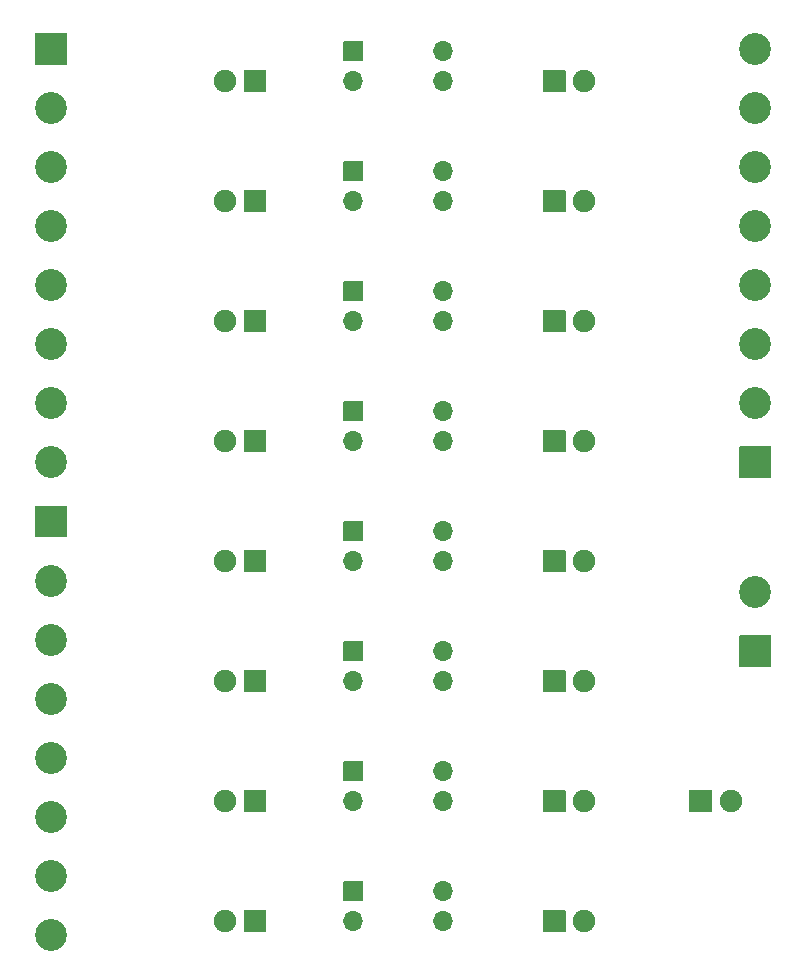
<source format=gbr>
%TF.GenerationSoftware,KiCad,Pcbnew,(5.1.7)-1*%
%TF.CreationDate,2020-10-26T19:11:08+02:00*%
%TF.ProjectId,Opto-Board,4f70746f-2d42-46f6-9172-642e6b696361,rev?*%
%TF.SameCoordinates,Original*%
%TF.FileFunction,Soldermask,Bot*%
%TF.FilePolarity,Negative*%
%FSLAX46Y46*%
G04 Gerber Fmt 4.6, Leading zero omitted, Abs format (unit mm)*
G04 Created by KiCad (PCBNEW (5.1.7)-1) date 2020-10-26 19:11:08*
%MOMM*%
%LPD*%
G01*
G04 APERTURE LIST*
%ADD10C,1.900000*%
%ADD11O,1.700000X1.700000*%
%ADD12C,2.700000*%
G04 APERTURE END LIST*
D10*
%TO.C,D1*%
X115316000Y-138684000D03*
G36*
G01*
X111826000Y-139584000D02*
X111826000Y-137784000D01*
G75*
G02*
X111876000Y-137734000I50000J0D01*
G01*
X113676000Y-137734000D01*
G75*
G02*
X113726000Y-137784000I0J-50000D01*
G01*
X113726000Y-139584000D01*
G75*
G02*
X113676000Y-139634000I-50000J0D01*
G01*
X111876000Y-139634000D01*
G75*
G02*
X111826000Y-139584000I0J50000D01*
G01*
G37*
%TD*%
%TO.C,D2*%
G36*
G01*
X76007000Y-147944000D02*
X76007000Y-149744000D01*
G75*
G02*
X75957000Y-149794000I-50000J0D01*
G01*
X74157000Y-149794000D01*
G75*
G02*
X74107000Y-149744000I0J50000D01*
G01*
X74107000Y-147944000D01*
G75*
G02*
X74157000Y-147894000I50000J0D01*
G01*
X75957000Y-147894000D01*
G75*
G02*
X76007000Y-147944000I0J-50000D01*
G01*
G37*
X72517000Y-148844000D03*
%TD*%
%TO.C,D3*%
X72517000Y-108204000D03*
G36*
G01*
X76007000Y-107304000D02*
X76007000Y-109104000D01*
G75*
G02*
X75957000Y-109154000I-50000J0D01*
G01*
X74157000Y-109154000D01*
G75*
G02*
X74107000Y-109104000I0J50000D01*
G01*
X74107000Y-107304000D01*
G75*
G02*
X74157000Y-107254000I50000J0D01*
G01*
X75957000Y-107254000D01*
G75*
G02*
X76007000Y-107304000I0J-50000D01*
G01*
G37*
%TD*%
%TO.C,D4*%
G36*
G01*
X99443500Y-149744000D02*
X99443500Y-147944000D01*
G75*
G02*
X99493500Y-147894000I50000J0D01*
G01*
X101293500Y-147894000D01*
G75*
G02*
X101343500Y-147944000I0J-50000D01*
G01*
X101343500Y-149744000D01*
G75*
G02*
X101293500Y-149794000I-50000J0D01*
G01*
X99493500Y-149794000D01*
G75*
G02*
X99443500Y-149744000I0J50000D01*
G01*
G37*
X102933500Y-148844000D03*
%TD*%
%TO.C,D5*%
G36*
G01*
X99443500Y-109104000D02*
X99443500Y-107304000D01*
G75*
G02*
X99493500Y-107254000I50000J0D01*
G01*
X101293500Y-107254000D01*
G75*
G02*
X101343500Y-107304000I0J-50000D01*
G01*
X101343500Y-109104000D01*
G75*
G02*
X101293500Y-109154000I-50000J0D01*
G01*
X99493500Y-109154000D01*
G75*
G02*
X99443500Y-109104000I0J50000D01*
G01*
G37*
X102933500Y-108204000D03*
%TD*%
%TO.C,D6*%
X72517000Y-138684000D03*
G36*
G01*
X76007000Y-137784000D02*
X76007000Y-139584000D01*
G75*
G02*
X75957000Y-139634000I-50000J0D01*
G01*
X74157000Y-139634000D01*
G75*
G02*
X74107000Y-139584000I0J50000D01*
G01*
X74107000Y-137784000D01*
G75*
G02*
X74157000Y-137734000I50000J0D01*
G01*
X75957000Y-137734000D01*
G75*
G02*
X76007000Y-137784000I0J-50000D01*
G01*
G37*
%TD*%
%TO.C,D7*%
G36*
G01*
X76007000Y-97144000D02*
X76007000Y-98944000D01*
G75*
G02*
X75957000Y-98994000I-50000J0D01*
G01*
X74157000Y-98994000D01*
G75*
G02*
X74107000Y-98944000I0J50000D01*
G01*
X74107000Y-97144000D01*
G75*
G02*
X74157000Y-97094000I50000J0D01*
G01*
X75957000Y-97094000D01*
G75*
G02*
X76007000Y-97144000I0J-50000D01*
G01*
G37*
X72517000Y-98044000D03*
%TD*%
%TO.C,D8*%
X102933500Y-138684000D03*
G36*
G01*
X99443500Y-139584000D02*
X99443500Y-137784000D01*
G75*
G02*
X99493500Y-137734000I50000J0D01*
G01*
X101293500Y-137734000D01*
G75*
G02*
X101343500Y-137784000I0J-50000D01*
G01*
X101343500Y-139584000D01*
G75*
G02*
X101293500Y-139634000I-50000J0D01*
G01*
X99493500Y-139634000D01*
G75*
G02*
X99443500Y-139584000I0J50000D01*
G01*
G37*
%TD*%
%TO.C,D9*%
G36*
G01*
X99443500Y-98944000D02*
X99443500Y-97144000D01*
G75*
G02*
X99493500Y-97094000I50000J0D01*
G01*
X101293500Y-97094000D01*
G75*
G02*
X101343500Y-97144000I0J-50000D01*
G01*
X101343500Y-98944000D01*
G75*
G02*
X101293500Y-98994000I-50000J0D01*
G01*
X99493500Y-98994000D01*
G75*
G02*
X99443500Y-98944000I0J50000D01*
G01*
G37*
X102933500Y-98044000D03*
%TD*%
%TO.C,D10*%
G36*
G01*
X76007000Y-127624000D02*
X76007000Y-129424000D01*
G75*
G02*
X75957000Y-129474000I-50000J0D01*
G01*
X74157000Y-129474000D01*
G75*
G02*
X74107000Y-129424000I0J50000D01*
G01*
X74107000Y-127624000D01*
G75*
G02*
X74157000Y-127574000I50000J0D01*
G01*
X75957000Y-127574000D01*
G75*
G02*
X76007000Y-127624000I0J-50000D01*
G01*
G37*
X72517000Y-128524000D03*
%TD*%
%TO.C,D11*%
G36*
G01*
X76007000Y-86984000D02*
X76007000Y-88784000D01*
G75*
G02*
X75957000Y-88834000I-50000J0D01*
G01*
X74157000Y-88834000D01*
G75*
G02*
X74107000Y-88784000I0J50000D01*
G01*
X74107000Y-86984000D01*
G75*
G02*
X74157000Y-86934000I50000J0D01*
G01*
X75957000Y-86934000D01*
G75*
G02*
X76007000Y-86984000I0J-50000D01*
G01*
G37*
X72517000Y-87884000D03*
%TD*%
%TO.C,D12*%
X102933500Y-128524000D03*
G36*
G01*
X99443500Y-129424000D02*
X99443500Y-127624000D01*
G75*
G02*
X99493500Y-127574000I50000J0D01*
G01*
X101293500Y-127574000D01*
G75*
G02*
X101343500Y-127624000I0J-50000D01*
G01*
X101343500Y-129424000D01*
G75*
G02*
X101293500Y-129474000I-50000J0D01*
G01*
X99493500Y-129474000D01*
G75*
G02*
X99443500Y-129424000I0J50000D01*
G01*
G37*
%TD*%
%TO.C,D13*%
G36*
G01*
X99443500Y-88784000D02*
X99443500Y-86984000D01*
G75*
G02*
X99493500Y-86934000I50000J0D01*
G01*
X101293500Y-86934000D01*
G75*
G02*
X101343500Y-86984000I0J-50000D01*
G01*
X101343500Y-88784000D01*
G75*
G02*
X101293500Y-88834000I-50000J0D01*
G01*
X99493500Y-88834000D01*
G75*
G02*
X99443500Y-88784000I0J50000D01*
G01*
G37*
X102933500Y-87884000D03*
%TD*%
%TO.C,D14*%
G36*
G01*
X76007000Y-117464000D02*
X76007000Y-119264000D01*
G75*
G02*
X75957000Y-119314000I-50000J0D01*
G01*
X74157000Y-119314000D01*
G75*
G02*
X74107000Y-119264000I0J50000D01*
G01*
X74107000Y-117464000D01*
G75*
G02*
X74157000Y-117414000I50000J0D01*
G01*
X75957000Y-117414000D01*
G75*
G02*
X76007000Y-117464000I0J-50000D01*
G01*
G37*
X72517000Y-118364000D03*
%TD*%
%TO.C,D15*%
X72517000Y-77724000D03*
G36*
G01*
X76007000Y-76824000D02*
X76007000Y-78624000D01*
G75*
G02*
X75957000Y-78674000I-50000J0D01*
G01*
X74157000Y-78674000D01*
G75*
G02*
X74107000Y-78624000I0J50000D01*
G01*
X74107000Y-76824000D01*
G75*
G02*
X74157000Y-76774000I50000J0D01*
G01*
X75957000Y-76774000D01*
G75*
G02*
X76007000Y-76824000I0J-50000D01*
G01*
G37*
%TD*%
%TO.C,D16*%
X102933500Y-118364000D03*
G36*
G01*
X99443500Y-119264000D02*
X99443500Y-117464000D01*
G75*
G02*
X99493500Y-117414000I50000J0D01*
G01*
X101293500Y-117414000D01*
G75*
G02*
X101343500Y-117464000I0J-50000D01*
G01*
X101343500Y-119264000D01*
G75*
G02*
X101293500Y-119314000I-50000J0D01*
G01*
X99493500Y-119314000D01*
G75*
G02*
X99443500Y-119264000I0J50000D01*
G01*
G37*
%TD*%
%TO.C,D17*%
X102933500Y-77724000D03*
G36*
G01*
X99443500Y-78624000D02*
X99443500Y-76824000D01*
G75*
G02*
X99493500Y-76774000I50000J0D01*
G01*
X101293500Y-76774000D01*
G75*
G02*
X101343500Y-76824000I0J-50000D01*
G01*
X101343500Y-78624000D01*
G75*
G02*
X101293500Y-78674000I-50000J0D01*
G01*
X99493500Y-78674000D01*
G75*
G02*
X99443500Y-78624000I0J50000D01*
G01*
G37*
%TD*%
D11*
%TO.C,U1*%
X90995500Y-146304000D03*
X83375500Y-148844000D03*
X90995500Y-148844000D03*
G36*
G01*
X82525500Y-147104000D02*
X82525500Y-145504000D01*
G75*
G02*
X82575500Y-145454000I50000J0D01*
G01*
X84175500Y-145454000D01*
G75*
G02*
X84225500Y-145504000I0J-50000D01*
G01*
X84225500Y-147104000D01*
G75*
G02*
X84175500Y-147154000I-50000J0D01*
G01*
X82575500Y-147154000D01*
G75*
G02*
X82525500Y-147104000I0J50000D01*
G01*
G37*
%TD*%
%TO.C,U2*%
X90995500Y-105664000D03*
X83375500Y-108204000D03*
X90995500Y-108204000D03*
G36*
G01*
X82525500Y-106464000D02*
X82525500Y-104864000D01*
G75*
G02*
X82575500Y-104814000I50000J0D01*
G01*
X84175500Y-104814000D01*
G75*
G02*
X84225500Y-104864000I0J-50000D01*
G01*
X84225500Y-106464000D01*
G75*
G02*
X84175500Y-106514000I-50000J0D01*
G01*
X82575500Y-106514000D01*
G75*
G02*
X82525500Y-106464000I0J50000D01*
G01*
G37*
%TD*%
%TO.C,U3*%
G36*
G01*
X82525500Y-136944000D02*
X82525500Y-135344000D01*
G75*
G02*
X82575500Y-135294000I50000J0D01*
G01*
X84175500Y-135294000D01*
G75*
G02*
X84225500Y-135344000I0J-50000D01*
G01*
X84225500Y-136944000D01*
G75*
G02*
X84175500Y-136994000I-50000J0D01*
G01*
X82575500Y-136994000D01*
G75*
G02*
X82525500Y-136944000I0J50000D01*
G01*
G37*
X90995500Y-138684000D03*
X83375500Y-138684000D03*
X90995500Y-136144000D03*
%TD*%
%TO.C,U4*%
G36*
G01*
X82525500Y-96304000D02*
X82525500Y-94704000D01*
G75*
G02*
X82575500Y-94654000I50000J0D01*
G01*
X84175500Y-94654000D01*
G75*
G02*
X84225500Y-94704000I0J-50000D01*
G01*
X84225500Y-96304000D01*
G75*
G02*
X84175500Y-96354000I-50000J0D01*
G01*
X82575500Y-96354000D01*
G75*
G02*
X82525500Y-96304000I0J50000D01*
G01*
G37*
X90995500Y-98044000D03*
X83375500Y-98044000D03*
X90995500Y-95504000D03*
%TD*%
%TO.C,U5*%
X90995500Y-125984000D03*
X83375500Y-128524000D03*
X90995500Y-128524000D03*
G36*
G01*
X82525500Y-126784000D02*
X82525500Y-125184000D01*
G75*
G02*
X82575500Y-125134000I50000J0D01*
G01*
X84175500Y-125134000D01*
G75*
G02*
X84225500Y-125184000I0J-50000D01*
G01*
X84225500Y-126784000D01*
G75*
G02*
X84175500Y-126834000I-50000J0D01*
G01*
X82575500Y-126834000D01*
G75*
G02*
X82525500Y-126784000I0J50000D01*
G01*
G37*
%TD*%
%TO.C,U6*%
X90995500Y-85344000D03*
X83375500Y-87884000D03*
X90995500Y-87884000D03*
G36*
G01*
X82525500Y-86144000D02*
X82525500Y-84544000D01*
G75*
G02*
X82575500Y-84494000I50000J0D01*
G01*
X84175500Y-84494000D01*
G75*
G02*
X84225500Y-84544000I0J-50000D01*
G01*
X84225500Y-86144000D01*
G75*
G02*
X84175500Y-86194000I-50000J0D01*
G01*
X82575500Y-86194000D01*
G75*
G02*
X82525500Y-86144000I0J50000D01*
G01*
G37*
%TD*%
%TO.C,U7*%
G36*
G01*
X82525500Y-116624000D02*
X82525500Y-115024000D01*
G75*
G02*
X82575500Y-114974000I50000J0D01*
G01*
X84175500Y-114974000D01*
G75*
G02*
X84225500Y-115024000I0J-50000D01*
G01*
X84225500Y-116624000D01*
G75*
G02*
X84175500Y-116674000I-50000J0D01*
G01*
X82575500Y-116674000D01*
G75*
G02*
X82525500Y-116624000I0J50000D01*
G01*
G37*
X90995500Y-118364000D03*
X83375500Y-118364000D03*
X90995500Y-115824000D03*
%TD*%
%TO.C,U8*%
G36*
G01*
X82525500Y-75984000D02*
X82525500Y-74384000D01*
G75*
G02*
X82575500Y-74334000I50000J0D01*
G01*
X84175500Y-74334000D01*
G75*
G02*
X84225500Y-74384000I0J-50000D01*
G01*
X84225500Y-75984000D01*
G75*
G02*
X84175500Y-76034000I-50000J0D01*
G01*
X82575500Y-76034000D01*
G75*
G02*
X82525500Y-75984000I0J50000D01*
G01*
G37*
X90995500Y-77724000D03*
X83375500Y-77724000D03*
X90995500Y-75184000D03*
%TD*%
%TO.C,J1*%
G36*
G01*
X56485000Y-73650000D02*
X59085000Y-73650000D01*
G75*
G02*
X59135000Y-73700000I0J-50000D01*
G01*
X59135000Y-76300000D01*
G75*
G02*
X59085000Y-76350000I-50000J0D01*
G01*
X56485000Y-76350000D01*
G75*
G02*
X56435000Y-76300000I0J50000D01*
G01*
X56435000Y-73700000D01*
G75*
G02*
X56485000Y-73650000I50000J0D01*
G01*
G37*
D12*
X57785000Y-80000000D03*
X57785000Y-85000000D03*
X57785000Y-90000000D03*
X57785000Y-95000000D03*
X57785000Y-100000000D03*
X57785000Y-105000000D03*
X57785000Y-110000000D03*
%TD*%
%TO.C,J2*%
G36*
G01*
X56485000Y-113650000D02*
X59085000Y-113650000D01*
G75*
G02*
X59135000Y-113700000I0J-50000D01*
G01*
X59135000Y-116300000D01*
G75*
G02*
X59085000Y-116350000I-50000J0D01*
G01*
X56485000Y-116350000D01*
G75*
G02*
X56435000Y-116300000I0J50000D01*
G01*
X56435000Y-113700000D01*
G75*
G02*
X56485000Y-113650000I50000J0D01*
G01*
G37*
X57785000Y-120000000D03*
X57785000Y-125000000D03*
X57785000Y-130000000D03*
X57785000Y-135000000D03*
X57785000Y-140000000D03*
X57785000Y-145000000D03*
X57785000Y-150000000D03*
%TD*%
%TO.C,J3*%
G36*
G01*
X118711500Y-111350000D02*
X116111500Y-111350000D01*
G75*
G02*
X116061500Y-111300000I0J50000D01*
G01*
X116061500Y-108700000D01*
G75*
G02*
X116111500Y-108650000I50000J0D01*
G01*
X118711500Y-108650000D01*
G75*
G02*
X118761500Y-108700000I0J-50000D01*
G01*
X118761500Y-111300000D01*
G75*
G02*
X118711500Y-111350000I-50000J0D01*
G01*
G37*
X117411500Y-105000000D03*
X117411500Y-100000000D03*
X117411500Y-95000000D03*
X117411500Y-90000000D03*
X117411500Y-85000000D03*
X117411500Y-80000000D03*
X117411500Y-75000000D03*
%TD*%
%TO.C,J4*%
G36*
G01*
X118711500Y-127350000D02*
X116111500Y-127350000D01*
G75*
G02*
X116061500Y-127300000I0J50000D01*
G01*
X116061500Y-124700000D01*
G75*
G02*
X116111500Y-124650000I50000J0D01*
G01*
X118711500Y-124650000D01*
G75*
G02*
X118761500Y-124700000I0J-50000D01*
G01*
X118761500Y-127300000D01*
G75*
G02*
X118711500Y-127350000I-50000J0D01*
G01*
G37*
X117411500Y-121000000D03*
%TD*%
M02*

</source>
